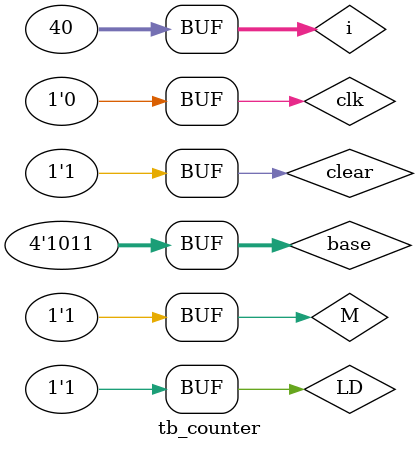
<source format=v>
`timescale 1ns / 100ps


module tb_counter(
  );
  reg clk;
  reg clear;
  reg M;
  reg [3:0] base;
  reg LD;
  wire [3:0] Q;
  wire Qcc;
  counter counter0(clk, clear, M, base, LD, Q, Qcc);
  integer i;
  initial begin
    clear = 1; 
    M = 0;
    base[3:0] = 4'b1011;
    LD = 1;
    for(i = 0; i < 40; i=i+1) begin
      #30 clk = 1;
      #50 clk = 0;
      #20 ;
    end
    clear = 0;
    for(i = 0; i < 2; i=i+1) begin
      #30 clk = 1;
      #50 clk = 0;
      #20 ;
    end
    clear = 1;
    for(i = 0; i < 6; i=i+1) begin
      #30 clk = 1;
      #50 clk = 0;
      #20 ;
    end
    LD = 0;
    for(i = 0; i < 2; i=i+1) begin
      #30 clk = 1;
      #50 clk = 0;
      #20 ;
    end
    LD = 1;
    for(i = 0; i < 2; i=i+1) begin
      #30 clk = 1;
      #50 clk = 0;
      #20 ;
    end
    M = 1;
    for(i = 0; i < 40; i=i+1) begin
      #30 clk = 1;
      #50 clk = 0;
      #20 ;
    end
  end
endmodule

</source>
